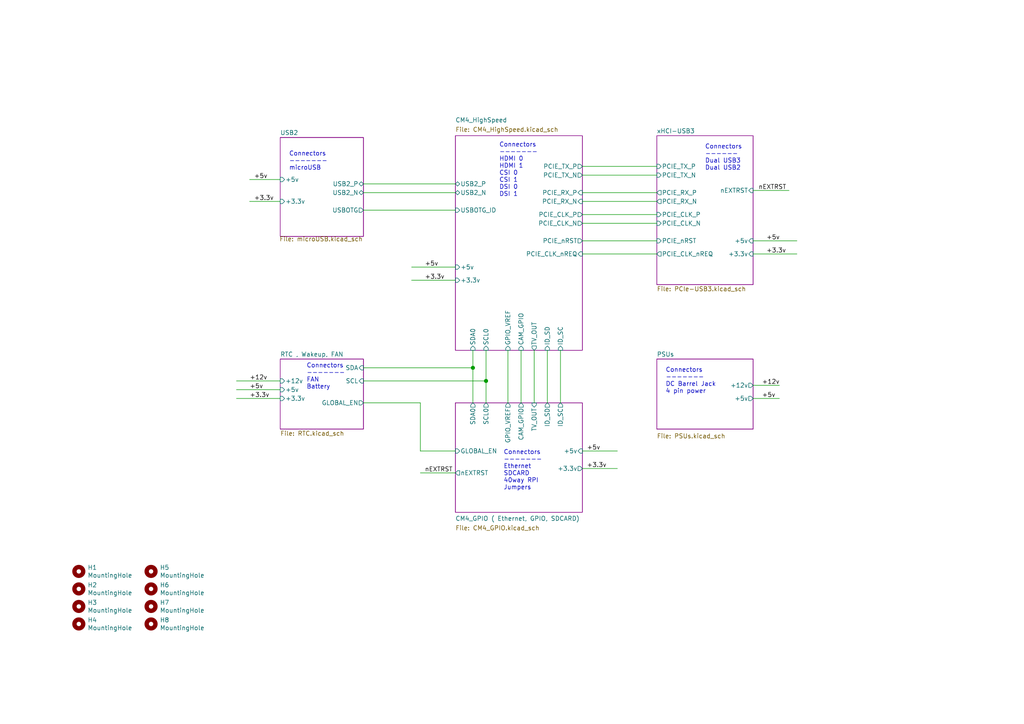
<source format=kicad_sch>
(kicad_sch (version 20211123) (generator eeschema)
  (paper "A4")
  (title_block (title "Compute Module 4 IO USB3 Board - Top Level") (rev "1") (company "Copyright © 2020-2022 Raspberry Pi Ltd (formerly Raspberry Pi (Trading) Ltd.)") (comment 1 "www.raspberrypi.com"))
  (lib_symbols
    (symbol "Mechanical:MountingHole"
      (property "Reference" "H" (at 0 5.08 0))
      (property "Value" "MountingHole" (at 0 3.175 0))
      (symbol "MountingHole_0_1"
        (circle (center 0 0) (radius 1.27) (stroke (width 1.27)))
      )
    )
  )
  (junction (at 140.97 110.49) (diameter 1.016))
  (junction (at 137.16 106.68) (diameter 1.016))
  (wire (pts (xy 81.28 52.07) (xy 72.39 52.07)))
  (wire (pts (xy 168.91 58.42) (xy 190.5 58.42)))
  (wire (pts (xy 105.41 53.34) (xy 132.08 53.34)))
  (wire (pts (xy 168.91 73.66) (xy 190.5 73.66)))
  (wire (pts (xy 154.94 116.84) (xy 154.94 101.6)))
  (wire (pts (xy 137.16 106.68) (xy 137.16 116.84)))
  (wire (pts (xy 168.91 48.26) (xy 190.5 48.26)))
  (wire (pts (xy 151.13 116.84) (xy 151.13 101.6)))
  (wire (pts (xy 179.07 130.81) (xy 168.91 130.81)))
  (wire (pts (xy 105.41 60.96) (xy 132.08 60.96)))
  (wire (pts (xy 140.97 116.84) (xy 140.97 110.49)))
  (wire (pts (xy 231.14 73.66) (xy 218.44 73.66)))
  (wire (pts (xy 168.91 62.23) (xy 190.5 62.23)))
  (wire (pts (xy 105.41 116.84) (xy 121.92 116.84)))
  (wire (pts (xy 140.97 110.49) (xy 140.97 101.6)))
  (wire (pts (xy 168.91 55.88) (xy 190.5 55.88)))
  (wire (pts (xy 121.92 130.81) (xy 121.92 116.84)))
  (wire (pts (xy 168.91 69.85) (xy 190.5 69.85)))
  (wire (pts (xy 81.28 58.42) (xy 72.39 58.42)))
  (wire (pts (xy 218.44 69.85) (xy 231.14 69.85)))
  (wire (pts (xy 218.44 111.76) (xy 226.06 111.76)))
  (wire (pts (xy 105.41 110.49) (xy 140.97 110.49)))
  (wire (pts (xy 68.58 113.03) (xy 81.28 113.03)))
  (wire (pts (xy 162.56 116.84) (xy 162.56 101.6)))
  (wire (pts (xy 119.38 77.47) (xy 132.08 77.47)))
  (wire (pts (xy 158.75 101.6) (xy 158.75 116.84)))
  (wire (pts (xy 105.41 106.68) (xy 137.16 106.68)))
  (wire (pts (xy 81.28 115.57) (xy 68.58 115.57)))
  (wire (pts (xy 132.08 130.81) (xy 121.92 130.81)))
  (wire (pts (xy 218.44 55.245) (xy 228.854 55.245)))
  (wire (pts (xy 168.91 135.89) (xy 179.07 135.89)))
  (wire (pts (xy 168.91 64.77) (xy 190.5 64.77)))
  (wire (pts (xy 105.41 55.88) (xy 132.08 55.88)))
  (wire (pts (xy 218.44 115.57) (xy 226.06 115.57)))
  (wire (pts (xy 68.58 110.49) (xy 81.28 110.49)))
  (wire (pts (xy 132.08 81.28) (xy 119.38 81.28)))
  (wire (pts (xy 168.91 50.8) (xy 190.5 50.8)))
  (wire (pts (xy 121.92 137.16) (xy 132.08 137.16)))
  (wire (pts (xy 147.32 101.6) (xy 147.32 116.84)))
  (wire (pts (xy 137.16 101.6) (xy 137.16 106.68)))
  (text "Connectors\n-------\nmicroUSB" (at 83.82 49.53 0) (effects (font (size 1.27 1.27)) (justify left bottom)))
  (text "Connectors\n-------\nDC Barrel Jack\n4 pin power" (at 193.04 114.3 0) (effects (font (size 1.27 1.27)) (justify left bottom)))
  (text "Connectors\n-------\nEthernet\nSDCARD\n40way RPI\nJumpers" (at 146.05 142.24 0) (effects (font (size 1.27 1.27)) (justify left bottom)))
  (text "Connectors\n------\nDual USB3\nDual USB2" (at 204.47 49.53 0) (effects (font (size 1.27 1.27)) (justify left bottom)))
  (text "Connectors\n-------\nHDMI 0\nHDMI 1\nCSI 0\nCSI 1\nDSI 0\nDSI 1" (at 144.78 57.15 0) (effects (font (size 1.27 1.27)) (justify left bottom)))
  (text "Connectors\n-------\nFAN\nBattery" (at 88.9 113.03 0) (effects (font (size 1.27 1.27)) (justify left bottom)))
  (label "+5v" (at 220.98 115.57 0))
  (label "+3.3v" (at 222.25 73.66 0))
  (label "+5v" (at 222.25 69.85 0))
  (label "+5v" (at 170.18 130.81 0))
  (label "+5v" (at 123.19 77.47 0))
  (label "+12v" (at 72.39 110.49 0))
  (label "+5v" (at 73.66 52.07 0))
  (label "+12v" (at 220.98 111.76 0))
  (label "+5v" (at 72.39 113.03 0))
  (label "+3.3v" (at 170.18 135.89 0))
  (label "+3.3v" (at 72.39 115.57 0))
  (label "+3.3v" (at 73.66 58.42 0))
  (label "+3.3v" (at 123.19 81.28 0))
  (label "nEXTRST" (at 219.964 55.245 0))
  (label "nEXTRST" (at 123.19 137.16 0))
  (symbol (lib_id "Mechanical:MountingHole") (at 22.86 180.975 0) (unit 1)
    (property "Reference" "H4" (at 25.4 179.832 0) (effects (justify left)))
    (property "Value" "MountingHole" (at 25.4 182.118 0) (effects (justify left)))
    (property "Footprint" "MountingHole:MountingHole_2.7mm_M2.5" (effects hide))
    (property "Field4" "nf" (effects hide))
    (property "Field5" "nf" (effects hide))
    (property "Field6" "nf" (effects hide))
    (property "Field7" "nf" (effects hide))
    (property "Part Description" "M2.5 mounting hole" (effects hide))
  )
  (symbol (lib_id "Mechanical:MountingHole") (at 22.86 175.895 0) (unit 1)
    (property "Reference" "H3" (at 25.4 174.752 0) (effects (justify left)))
    (property "Value" "MountingHole" (at 25.4 177.038 0) (effects (justify left)))
    (property "Footprint" "MountingHole:MountingHole_2.7mm_M2.5" (effects hide))
    (property "Field4" "nf" (effects hide))
    (property "Field5" "nf" (effects hide))
    (property "Field6" "nf" (effects hide))
    (property "Field7" "nf" (effects hide))
    (property "Part Description" "M2.5 mounting hole" (effects hide))
  )
  (symbol (lib_id "Mechanical:MountingHole") (at 22.86 170.815 0) (unit 1)
    (property "Reference" "H2" (at 25.4 169.672 0) (effects (justify left)))
    (property "Value" "MountingHole" (at 25.4 171.958 0) (effects (justify left)))
    (property "Footprint" "MountingHole:MountingHole_2.7mm_M2.5" (effects hide))
    (property "Field4" "nf" (effects hide))
    (property "Field5" "nf" (effects hide))
    (property "Field6" "nf" (effects hide))
    (property "Field7" "nf" (effects hide))
    (property "Part Description" "M2.5 mounting hole" (effects hide))
  )
  (symbol (lib_id "Mechanical:MountingHole") (at 22.86 165.735 0) (unit 1)
    (property "Reference" "H1" (at 25.4 164.592 0) (effects (justify left)))
    (property "Value" "MountingHole" (at 25.4 166.878 0) (effects (justify left)))
    (property "Footprint" "MountingHole:MountingHole_2.7mm_M2.5" (effects hide))
    (property "Field4" "nf" (effects hide))
    (property "Field5" "nf" (effects hide))
    (property "Field6" "nf" (effects hide))
    (property "Field7" "nf" (effects hide))
    (property "Part Description" "M2.5 mounting hole" (effects hide))
  )
  (symbol (lib_id "Mechanical:MountingHole") (at 43.815 165.735 0) (unit 1)
    (property "Reference" "H5" (at 46.355 164.592 0) (effects (justify left)))
    (property "Value" "MountingHole" (at 46.355 166.878 0) (effects (justify left)))
    (property "Footprint" "MountingHole:MountingHole_2.7mm_M2.5" (effects hide))
    (property "Field4" "nf" (effects hide))
    (property "Field5" "nf" (effects hide))
    (property "Field6" "nf" (effects hide))
    (property "Field7" "nf" (effects hide))
    (property "Part Description" "M2.5 mounting hole" (effects hide))
  )
  (symbol (lib_id "Mechanical:MountingHole") (at 43.815 180.975 0) (unit 1)
    (property "Reference" "H8" (at 46.355 179.832 0) (effects (justify left)))
    (property "Value" "MountingHole" (at 46.355 182.118 0) (effects (justify left)))
    (property "Footprint" "MountingHole:MountingHole_2.7mm_M2.5" (effects hide))
    (property "Field4" "nf" (effects hide))
    (property "Field5" "nf" (effects hide))
    (property "Field6" "nf" (effects hide))
    (property "Field7" "nf" (effects hide))
    (property "Part Description" "M2.5 mounting hole" (effects hide))
  )
  (symbol (lib_id "Mechanical:MountingHole") (at 43.815 175.895 0) (unit 1)
    (property "Reference" "H7" (at 46.355 174.752 0) (effects (justify left)))
    (property "Value" "MountingHole" (at 46.355 177.038 0) (effects (justify left)))
    (property "Footprint" "MountingHole:MountingHole_2.7mm_M2.5" (effects hide))
    (property "Field4" "nf" (effects hide))
    (property "Field5" "nf" (effects hide))
    (property "Field6" "nf" (effects hide))
    (property "Field7" "nf" (effects hide))
    (property "Part Description" "M2.5 mounting hole" (effects hide))
  )
  (symbol (lib_id "Mechanical:MountingHole") (at 43.815 170.815 0) (unit 1)
    (property "Reference" "H6" (at 46.355 169.672 0) (effects (justify left)))
    (property "Value" "MountingHole" (at 46.355 171.958 0) (effects (justify left)))
    (property "Footprint" "MountingHole:MountingHole_2.7mm_M2.5" (effects hide))
    (property "Field4" "nf" (effects hide))
    (property "Field5" "nf" (effects hide))
    (property "Field6" "nf" (effects hide))
    (property "Field7" "nf" (effects hide))
    (property "Part Description" "M2.5 mounting hole" (effects hide))
  )
  (sheet (at 132.08 116.84) (size 36.83 31.75) (stroke (width 0.1524) (color 132 0 132 1)) (fill (color 255 255 255 0.0000))
    (property "Sheet name" "CM4_GPIO ( Ethernet, GPIO, SDCARD)" (at 132.08 151.13 0) (effects (justify left bottom)))
    (property "Sheet file" "CM4_GPIO.kicad_sch" (at 132.08 152.4 0) (effects (justify left top)))
    (pin "ID_SC" output (at 162.56 116.84 90))
    (pin "ID_SD" output (at 158.75 116.84 90))
    (pin "CAM_GPIO" output (at 151.13 116.84 90))
    (pin "SCL0" output (at 140.97 116.84 90))
    (pin "SDA0" output (at 137.16 116.84 90))
    (pin "+5v" input (at 168.91 130.81 0))
    (pin "+3.3v" output (at 168.91 135.89 0))
    (pin "nEXTRST" output (at 132.08 137.16 180))
    (pin "GLOBAL_EN" input (at 132.08 130.81 180))
    (pin "GPIO_VREF" output (at 147.32 116.84 90))
    (pin "TV_OUT" input (at 154.94 116.84 90))
  )
  (sheet (at 132.08 39.37) (size 36.83 62.23) (stroke (width 0.1524) (color 132 0 132 1)) (fill (color 255 255 255 0.0000))
    (property "Sheet name" "CM4_HighSpeed" (at 132.08 35.56 0) (effects (justify left bottom)))
    (property "Sheet file" "CM4_HighSpeed.kicad_sch" (at 132.08 36.83 0) (effects (justify left top)))
    (pin "USB2_N" bidirectional (at 132.08 55.88 180))
    (pin "USB2_P" bidirectional (at 132.08 53.34 180))
    (pin "ID_SC" input (at 162.56 101.6 270))
    (pin "ID_SD" input (at 158.75 101.6 270))
    (pin "CAM_GPIO" input (at 151.13 101.6 270))
    (pin "SCL0" input (at 140.97 101.6 270))
    (pin "SDA0" input (at 137.16 101.6 270))
    (pin "+5v" input (at 132.08 77.47 180))
    (pin "PCIE_CLK_P" output (at 168.91 62.23 0))
    (pin "PCIE_CLK_N" output (at 168.91 64.77 0))
    (pin "PCIE_TX_P" output (at 168.91 48.26 0))
    (pin "PCIE_TX_N" output (at 168.91 50.8 0))
    (pin "PCIE_nRST" output (at 168.91 69.85 0))
    (pin "PCIE_RX_P" input (at 168.91 55.88 0))
    (pin "PCIE_RX_N" input (at 168.91 58.42 0))
    (pin "PCIE_CLK_nREQ" input (at 168.91 73.66 0))
    (pin "+3.3v" input (at 132.08 81.28 180))
    (pin "USBOTG_ID" input (at 132.08 60.96 180))
    (pin "GPIO_VREF" input (at 147.32 101.6 270))
    (pin "TV_OUT" output (at 154.94 101.6 270))
  )
  (sheet (at 190.5 104.14) (size 27.94 20.32) (stroke (width 0.1524) (color 132 0 132 1)) (fill (color 255 255 255 0.0000))
    (property "Sheet name" "PSUs" (at 190.5 103.5045 0) (effects (justify left bottom)))
    (property "Sheet file" "PSUs.kicad_sch" (at 190.5 125.73 0) (effects (justify left top)))
    (pin "+5v" output (at 218.44 115.57 0))
    (pin "+12v" output (at 218.44 111.76 0))
  )
  (sheet (at 81.28 39.878) (size 24.13 28.702) (stroke (width 0.152) (color 132 0 132 1)) (fill (color 255 255 255 0.0000))
    (property "Sheet name" "USB2" (at 81.28 39.2425 0) (effects (justify left bottom)))
    (property "Sheet file" "microUSB.kicad_sch" (at 81.026 68.58 0) (effects (justify left top)))
    (pin "USB2_N" bidirectional (at 105.41 55.88 0))
    (pin "USB2_P" bidirectional (at 105.41 53.34 0))
    (pin "+5v" input (at 81.28 52.07 180))
    (pin "+3.3v" input (at 81.28 58.42 180))
    (pin "USBOTG" output (at 105.41 60.96 0))
  )
  (sheet (at 81.28 104.14) (size 24.13 20.32) (stroke (width 0.1524) (color 132 0 132 1)) (fill (color 255 255 255 0.0000))
    (property "Sheet name" "RTC , Wakeup, FAN" (at 81.28 103.5045 0) (effects (justify left bottom)))
    (property "Sheet file" "RTC.kicad_sch" (at 81.28 124.9685 0) (effects (justify left top)))
    (pin "SCL" input (at 105.41 110.49 0))
    (pin "SDA" input (at 105.41 106.68 0))
    (pin "+5v" input (at 81.28 113.03 180))
    (pin "+3.3v" input (at 81.28 115.57 180))
    (pin "GLOBAL_EN" output (at 105.41 116.84 0))
    (pin "+12v" input (at 81.28 110.49 180))
  )
  (sheet (at 190.5 39.37) (size 27.94 43.18) (stroke (width 0.152) (color 132 0 132 1)) (fill (color 255 255 255 0.0000))
    (property "Sheet name" "xHCI-USB3" (at 190.5 38.734 0) (effects (justify left bottom)))
    (property "Sheet file" "PCIe-USB3.kicad_sch" (at 190.5 83.0585 0) (effects (justify left top)))
    (pin "PCIE_CLK_P" input (at 190.5 62.23 180))
    (pin "PCIE_CLK_N" input (at 190.5 64.77 180))
    (pin "PCIE_TX_P" input (at 190.5 48.26 180))
    (pin "PCIE_TX_N" input (at 190.5 50.8 180))
    (pin "PCIE_CLK_nREQ" output (at 190.5 73.66 180))
    (pin "PCIE_nRST" input (at 190.5 69.85 180))
    (pin "PCIE_RX_P" output (at 190.5 55.88 180))
    (pin "PCIE_RX_N" output (at 190.5 58.42 180))
    (pin "+3.3v" input (at 218.44 73.66 0))
    (pin "nEXTRST" input (at 218.44 55.245 0))
    (pin "+5v" input (at 218.44 69.85 0))
  )
)
</source>
